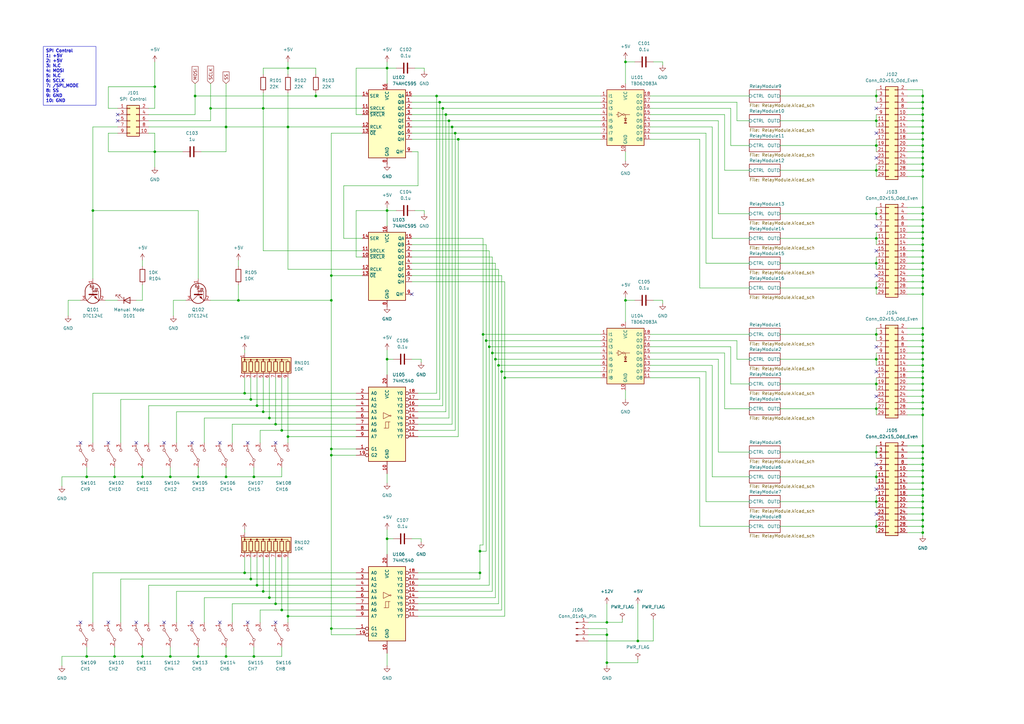
<source format=kicad_sch>
(kicad_sch (version 20230121) (generator eeschema)
  (paper "A3")
  (title_block (title "16CH Point Controller") (date "2023-10-30") (rev "Rev1.0") (company "by 46nori"))
  (junction (at 378.46 137.16))
  (junction (at 107.95 168.91))
  (junction (at 378.46 210.82))
  (junction (at 378.46 218.44))
  (junction (at 58.42 269.24))
  (junction (at 110.49 171.45))
  (junction (at 92.71 195.58))
  (junction (at 378.46 49.53))
  (junction (at 378.46 162.56))
  (junction (at 135.89 257.81))
  (junction (at 378.46 154.94))
  (junction (at 378.46 152.4))
  (junction (at 198.12 137.16))
  (junction (at 359.41 87.63))
  (junction (at 378.46 157.48))
  (junction (at 359.41 69.85))
  (junction (at 158.75 86.36))
  (junction (at 378.46 57.15))
  (junction (at 378.46 198.12))
  (junction (at 378.46 105.41))
  (junction (at 104.14 269.24))
  (junction (at 113.03 173.99))
  (junction (at 378.46 115.57))
  (junction (at 248.92 255.27))
  (junction (at 179.07 39.37))
  (junction (at 378.46 44.45))
  (junction (at 199.39 139.7))
  (junction (at 359.41 147.32))
  (junction (at 359.41 185.42))
  (junction (at 378.46 67.31))
  (junction (at 359.41 118.11))
  (junction (at 207.01 154.94))
  (junction (at 359.41 97.79))
  (junction (at 184.15 49.53))
  (junction (at 135.89 184.15))
  (junction (at 63.5 35.56))
  (junction (at 378.46 195.58))
  (junction (at 378.46 54.61))
  (junction (at 359.41 215.9))
  (junction (at 378.46 69.85))
  (junction (at 107.95 44.45))
  (junction (at 378.46 190.5))
  (junction (at 256.54 25.4))
  (junction (at 86.36 44.45))
  (junction (at 378.46 113.03))
  (junction (at 135.89 123.19))
  (junction (at 46.99 269.24))
  (junction (at 205.74 152.4))
  (junction (at 359.41 59.69))
  (junction (at 378.46 100.33))
  (junction (at 180.34 41.91))
  (junction (at 97.79 123.19))
  (junction (at 378.46 208.28))
  (junction (at 378.46 120.65))
  (junction (at 359.41 49.53))
  (junction (at 359.41 167.64))
  (junction (at 378.46 62.23))
  (junction (at 107.95 242.57))
  (junction (at 196.85 226.06))
  (junction (at 378.46 92.71))
  (junction (at 378.46 107.95))
  (junction (at 115.57 250.19))
  (junction (at 378.46 90.17))
  (junction (at 158.75 220.98))
  (junction (at 378.46 110.49))
  (junction (at 46.99 195.58))
  (junction (at 378.46 147.32))
  (junction (at 378.46 149.86))
  (junction (at 378.46 193.04))
  (junction (at 378.46 205.74))
  (junction (at 378.46 170.18))
  (junction (at 118.11 52.07))
  (junction (at 186.69 54.61))
  (junction (at 378.46 85.09))
  (junction (at 378.46 46.99))
  (junction (at 261.62 262.89))
  (junction (at 359.41 137.16))
  (junction (at 118.11 252.73))
  (junction (at 378.46 118.11))
  (junction (at 81.28 269.24))
  (junction (at 110.49 245.11))
  (junction (at 105.41 240.03))
  (junction (at 158.75 147.32))
  (junction (at 69.85 195.58))
  (junction (at 378.46 97.79))
  (junction (at 256.54 123.19))
  (junction (at 69.85 269.24))
  (junction (at 185.42 52.07))
  (junction (at 38.1 86.36))
  (junction (at 204.47 149.86))
  (junction (at 378.46 102.87))
  (junction (at 248.92 271.78))
  (junction (at 359.41 205.74))
  (junction (at 182.88 46.99))
  (junction (at 378.46 165.1))
  (junction (at 203.2 147.32))
  (junction (at 378.46 203.2))
  (junction (at 248.92 260.35))
  (junction (at 359.41 107.95))
  (junction (at 104.14 195.58))
  (junction (at 58.42 195.58))
  (junction (at 359.41 157.48))
  (junction (at 100.33 161.29))
  (junction (at 80.01 39.37))
  (junction (at 187.96 57.15))
  (junction (at 378.46 185.42))
  (junction (at 63.5 62.23))
  (junction (at 378.46 41.91))
  (junction (at 378.46 182.88))
  (junction (at 118.11 27.94))
  (junction (at 113.03 247.65))
  (junction (at 158.75 27.94))
  (junction (at 196.85 234.95))
  (junction (at 135.89 186.69))
  (junction (at 378.46 134.62))
  (junction (at 100.33 234.95))
  (junction (at 135.89 113.03))
  (junction (at 359.41 39.37))
  (junction (at 378.46 59.69))
  (junction (at 378.46 72.39))
  (junction (at 378.46 215.9))
  (junction (at 378.46 95.25))
  (junction (at 92.71 269.24))
  (junction (at 378.46 87.63))
  (junction (at 35.56 269.24))
  (junction (at 105.41 166.37))
  (junction (at 378.46 142.24))
  (junction (at 378.46 64.77))
  (junction (at 378.46 139.7))
  (junction (at 102.87 163.83))
  (junction (at 378.46 200.66))
  (junction (at 359.41 195.58))
  (junction (at 81.28 195.58))
  (junction (at 378.46 144.78))
  (junction (at 378.46 213.36))
  (junction (at 200.66 142.24))
  (junction (at 92.71 52.07))
  (junction (at 378.46 160.02))
  (junction (at 102.87 237.49))
  (junction (at 118.11 179.07))
  (junction (at 129.54 39.37))
  (junction (at 378.46 39.37))
  (junction (at 181.61 44.45))
  (junction (at 201.93 144.78))
  (junction (at 378.46 167.64))
  (junction (at 378.46 52.07))
  (junction (at 115.57 176.53))
  (junction (at 378.46 187.96))
  (junction (at 35.56 195.58))
  (no_connect (at 359.41 54.61))
  (no_connect (at 101.6 255.27))
  (no_connect (at 101.6 181.61))
  (no_connect (at 113.03 255.27))
  (no_connect (at 359.41 113.03))
  (no_connect (at 359.41 44.45))
  (no_connect (at 168.91 120.65))
  (no_connect (at 78.74 181.61))
  (no_connect (at 359.41 64.77))
  (no_connect (at 359.41 190.5))
  (no_connect (at 90.17 181.61))
  (no_connect (at 33.02 255.27))
  (no_connect (at 48.26 49.53))
  (no_connect (at 67.31 255.27))
  (no_connect (at 359.41 102.87))
  (no_connect (at 78.74 255.27))
  (no_connect (at 44.45 181.61))
  (no_connect (at 55.88 255.27))
  (no_connect (at 48.26 46.99))
  (no_connect (at 359.41 142.24))
  (no_connect (at 359.41 200.66))
  (no_connect (at 359.41 92.71))
  (no_connect (at 359.41 210.82))
  (no_connect (at 55.88 181.61))
  (no_connect (at 67.31 181.61))
  (no_connect (at 44.45 255.27))
  (no_connect (at 359.41 152.4))
  (no_connect (at 90.17 255.27))
  (no_connect (at 359.41 162.56))
  (no_connect (at 33.02 181.61))
  (no_connect (at 113.03 181.61))
  (wire (pts (xy 196.85 226.06) (xy 196.85 234.95)))
  (wire (pts (xy 297.18 69.85) (xy 307.34 69.85)))
  (wire (pts (xy 378.46 95.25) (xy 378.46 97.79)))
  (wire (pts (xy 46.99 269.24) (xy 58.42 269.24)))
  (wire (pts (xy 187.96 57.15) (xy 187.96 179.07)))
  (wire (pts (xy 100.33 228.6) (xy 100.33 234.95)))
  (wire (pts (xy 27.94 123.19) (xy 27.94 129.54)))
  (wire (pts (xy 302.26 41.91) (xy 302.26 49.53)))
  (wire (pts (xy 378.46 118.11) (xy 378.46 120.65)))
  (wire (pts (xy 378.46 185.42) (xy 372.11 185.42)))
  (wire (pts (xy 146.05 86.36) (xy 158.75 86.36)))
  (wire (pts (xy 266.7 142.24) (xy 299.72 142.24)))
  (wire (pts (xy 307.34 147.32) (xy 302.26 147.32)))
  (wire (pts (xy 199.39 139.7) (xy 199.39 100.33)))
  (wire (pts (xy 104.14 265.43) (xy 104.14 269.24)))
  (wire (pts (xy 320.04 195.58) (xy 359.41 195.58)))
  (wire (pts (xy 378.46 64.77) (xy 378.46 67.31)))
  (wire (pts (xy 378.46 72.39) (xy 372.11 72.39)))
  (wire (pts (xy 92.71 34.29) (xy 92.71 52.07)))
  (wire (pts (xy 359.41 46.99) (xy 359.41 49.53)))
  (wire (pts (xy 171.45 242.57) (xy 201.93 242.57)))
  (wire (pts (xy 181.61 44.45) (xy 246.38 44.45)))
  (wire (pts (xy 359.41 36.83) (xy 359.41 39.37)))
  (wire (pts (xy 135.89 257.81) (xy 146.05 257.81)))
  (wire (pts (xy 271.78 123.19) (xy 271.78 124.46)))
  (wire (pts (xy 378.46 54.61) (xy 378.46 57.15)))
  (wire (pts (xy 378.46 154.94) (xy 372.11 154.94)))
  (wire (pts (xy 158.75 27.94) (xy 162.56 27.94)))
  (wire (pts (xy 378.46 49.53) (xy 378.46 52.07)))
  (wire (pts (xy 359.41 167.64) (xy 359.41 170.18)))
  (wire (pts (xy 378.46 110.49) (xy 378.46 113.03)))
  (wire (pts (xy 140.97 97.79) (xy 148.59 97.79)))
  (wire (pts (xy 102.87 163.83) (xy 146.05 163.83)))
  (wire (pts (xy 378.46 213.36) (xy 378.46 215.9)))
  (wire (pts (xy 69.85 191.77) (xy 69.85 195.58)))
  (wire (pts (xy 255.27 254) (xy 255.27 255.27)))
  (wire (pts (xy 203.2 147.32) (xy 203.2 245.11)))
  (wire (pts (xy 267.97 123.19) (xy 271.78 123.19)))
  (wire (pts (xy 115.57 176.53) (xy 106.68 176.53)))
  (wire (pts (xy 267.97 254) (xy 267.97 262.89)))
  (wire (pts (xy 35.56 265.43) (xy 35.56 269.24)))
  (wire (pts (xy 378.46 137.16) (xy 372.11 137.16)))
  (wire (pts (xy 378.46 137.16) (xy 378.46 139.7)))
  (wire (pts (xy 110.49 171.45) (xy 83.82 171.45)))
  (wire (pts (xy 44.45 62.23) (xy 44.45 54.61)))
  (wire (pts (xy 359.41 137.16) (xy 359.41 139.7)))
  (wire (pts (xy 378.46 154.94) (xy 378.46 157.48)))
  (wire (pts (xy 359.41 213.36) (xy 359.41 215.9)))
  (wire (pts (xy 168.91 100.33) (xy 199.39 100.33)))
  (wire (pts (xy 63.5 35.56) (xy 44.45 35.56)))
  (wire (pts (xy 158.75 217.17) (xy 158.75 220.98)))
  (wire (pts (xy 378.46 170.18) (xy 378.46 182.88)))
  (wire (pts (xy 289.56 205.74) (xy 307.34 205.74)))
  (wire (pts (xy 25.4 269.24) (xy 35.56 269.24)))
  (wire (pts (xy 58.42 123.19) (xy 55.88 123.19)))
  (wire (pts (xy 261.62 262.89) (xy 241.3 262.89)))
  (wire (pts (xy 60.96 240.03) (xy 105.41 240.03)))
  (wire (pts (xy 267.97 262.89) (xy 261.62 262.89)))
  (wire (pts (xy 378.46 185.42) (xy 378.46 187.96)))
  (wire (pts (xy 378.46 218.44) (xy 372.11 218.44)))
  (wire (pts (xy 359.41 215.9) (xy 359.41 218.44)))
  (wire (pts (xy 378.46 97.79) (xy 372.11 97.79)))
  (wire (pts (xy 378.46 167.64) (xy 378.46 170.18)))
  (wire (pts (xy 287.02 57.15) (xy 287.02 118.11)))
  (wire (pts (xy 158.75 267.97) (xy 158.75 273.05)))
  (wire (pts (xy 297.18 144.78) (xy 266.7 144.78)))
  (wire (pts (xy 378.46 182.88) (xy 378.46 185.42)))
  (wire (pts (xy 241.3 257.81) (xy 248.92 257.81)))
  (wire (pts (xy 129.54 39.37) (xy 129.54 38.1)))
  (wire (pts (xy 207.01 154.94) (xy 246.38 154.94)))
  (wire (pts (xy 378.46 67.31) (xy 372.11 67.31)))
  (wire (pts (xy 171.45 62.23) (xy 171.45 76.2)))
  (wire (pts (xy 86.36 34.29) (xy 86.36 44.45)))
  (wire (pts (xy 378.46 195.58) (xy 378.46 198.12)))
  (wire (pts (xy 168.91 147.32) (xy 172.72 147.32)))
  (wire (pts (xy 378.46 62.23) (xy 378.46 64.77)))
  (wire (pts (xy 378.46 208.28) (xy 372.11 208.28)))
  (wire (pts (xy 271.78 25.4) (xy 271.78 26.67)))
  (wire (pts (xy 63.5 62.23) (xy 44.45 62.23)))
  (wire (pts (xy 378.46 190.5) (xy 372.11 190.5)))
  (wire (pts (xy 95.25 173.99) (xy 95.25 181.61)))
  (wire (pts (xy 115.57 195.58) (xy 115.57 191.77)))
  (wire (pts (xy 118.11 25.4) (xy 118.11 27.94)))
  (wire (pts (xy 378.46 110.49) (xy 372.11 110.49)))
  (wire (pts (xy 201.93 242.57) (xy 201.93 144.78)))
  (wire (pts (xy 378.46 64.77) (xy 372.11 64.77)))
  (wire (pts (xy 92.71 265.43) (xy 92.71 269.24)))
  (wire (pts (xy 63.5 62.23) (xy 63.5 68.58)))
  (wire (pts (xy 168.91 46.99) (xy 182.88 46.99)))
  (wire (pts (xy 118.11 179.07) (xy 146.05 179.07)))
  (wire (pts (xy 378.46 100.33) (xy 372.11 100.33)))
  (wire (pts (xy 148.59 102.87) (xy 107.95 102.87)))
  (wire (pts (xy 69.85 265.43) (xy 69.85 269.24)))
  (wire (pts (xy 287.02 154.94) (xy 287.02 215.9)))
  (wire (pts (xy 49.53 237.49) (xy 49.53 255.27)))
  (wire (pts (xy 135.89 54.61) (xy 148.59 54.61)))
  (wire (pts (xy 135.89 260.35) (xy 146.05 260.35)))
  (wire (pts (xy 38.1 52.07) (xy 38.1 86.36)))
  (wire (pts (xy 204.47 149.86) (xy 246.38 149.86)))
  (wire (pts (xy 180.34 41.91) (xy 246.38 41.91)))
  (wire (pts (xy 378.46 193.04) (xy 378.46 195.58)))
  (wire (pts (xy 266.7 54.61) (xy 289.56 54.61)))
  (wire (pts (xy 173.99 86.36) (xy 173.99 87.63)))
  (wire (pts (xy 58.42 106.68) (xy 58.42 109.22)))
  (wire (pts (xy 378.46 152.4) (xy 372.11 152.4)))
  (wire (pts (xy 248.92 247.65) (xy 248.92 255.27)))
  (wire (pts (xy 38.1 86.36) (xy 81.28 86.36)))
  (wire (pts (xy 378.46 139.7) (xy 372.11 139.7)))
  (wire (pts (xy 359.41 49.53) (xy 359.41 52.07)))
  (wire (pts (xy 205.74 152.4) (xy 205.74 250.19)))
  (wire (pts (xy 97.79 123.19) (xy 135.89 123.19)))
  (wire (pts (xy 266.7 44.45) (xy 299.72 44.45)))
  (wire (pts (xy 113.03 228.6) (xy 113.03 247.65)))
  (wire (pts (xy 44.45 35.56) (xy 44.45 44.45)))
  (wire (pts (xy 105.41 166.37) (xy 60.96 166.37)))
  (wire (pts (xy 378.46 149.86) (xy 378.46 152.4)))
  (wire (pts (xy 92.71 269.24) (xy 81.28 269.24)))
  (wire (pts (xy 320.04 205.74) (xy 359.41 205.74)))
  (wire (pts (xy 179.07 39.37) (xy 246.38 39.37)))
  (wire (pts (xy 60.96 52.07) (xy 92.71 52.07)))
  (wire (pts (xy 146.05 27.94) (xy 158.75 27.94)))
  (wire (pts (xy 118.11 252.73) (xy 146.05 252.73)))
  (wire (pts (xy 129.54 27.94) (xy 129.54 30.48)))
  (wire (pts (xy 320.04 157.48) (xy 359.41 157.48)))
  (wire (pts (xy 105.41 228.6) (xy 105.41 240.03)))
  (wire (pts (xy 378.46 67.31) (xy 378.46 69.85)))
  (wire (pts (xy 256.54 24.13) (xy 256.54 25.4)))
  (wire (pts (xy 71.12 123.19) (xy 71.12 129.54)))
  (wire (pts (xy 205.74 250.19) (xy 171.45 250.19)))
  (wire (pts (xy 320.04 97.79) (xy 359.41 97.79)))
  (wire (pts (xy 35.56 269.24) (xy 46.99 269.24)))
  (wire (pts (xy 359.41 118.11) (xy 359.41 120.65)))
  (wire (pts (xy 104.14 191.77) (xy 104.14 195.58)))
  (wire (pts (xy 289.56 54.61) (xy 289.56 107.95)))
  (wire (pts (xy 378.46 165.1) (xy 372.11 165.1)))
  (wire (pts (xy 248.92 271.78) (xy 261.62 271.78)))
  (wire (pts (xy 299.72 44.45) (xy 299.72 59.69)))
  (wire (pts (xy 82.55 62.23) (xy 92.71 62.23)))
  (wire (pts (xy 302.26 49.53) (xy 307.34 49.53)))
  (wire (pts (xy 320.04 137.16) (xy 359.41 137.16)))
  (wire (pts (xy 378.46 105.41) (xy 372.11 105.41)))
  (wire (pts (xy 266.7 137.16) (xy 307.34 137.16)))
  (wire (pts (xy 173.99 27.94) (xy 173.99 29.21)))
  (wire (pts (xy 266.7 39.37) (xy 307.34 39.37)))
  (wire (pts (xy 378.46 157.48) (xy 378.46 160.02)))
  (wire (pts (xy 100.33 154.94) (xy 100.33 161.29)))
  (wire (pts (xy 378.46 52.07) (xy 372.11 52.07)))
  (wire (pts (xy 320.04 167.64) (xy 359.41 167.64)))
  (wire (pts (xy 92.71 269.24) (xy 104.14 269.24)))
  (wire (pts (xy 378.46 87.63) (xy 378.46 90.17)))
  (wire (pts (xy 168.91 113.03) (xy 205.74 113.03)))
  (wire (pts (xy 378.46 105.41) (xy 378.46 107.95)))
  (wire (pts (xy 106.68 250.19) (xy 106.68 255.27)))
  (wire (pts (xy 359.41 157.48) (xy 359.41 160.02)))
  (wire (pts (xy 203.2 245.11) (xy 171.45 245.11)))
  (wire (pts (xy 359.41 195.58) (xy 359.41 198.12)))
  (wire (pts (xy 38.1 234.95) (xy 38.1 255.27)))
  (wire (pts (xy 148.59 113.03) (xy 135.89 113.03)))
  (wire (pts (xy 100.33 234.95) (xy 38.1 234.95)))
  (wire (pts (xy 184.15 49.53) (xy 168.91 49.53)))
  (wire (pts (xy 158.75 86.36) (xy 162.56 86.36)))
  (wire (pts (xy 38.1 161.29) (xy 38.1 181.61)))
  (wire (pts (xy 203.2 147.32) (xy 246.38 147.32)))
  (wire (pts (xy 201.93 144.78) (xy 246.38 144.78)))
  (wire (pts (xy 69.85 269.24) (xy 81.28 269.24)))
  (wire (pts (xy 102.87 228.6) (xy 102.87 237.49)))
  (wire (pts (xy 359.41 85.09) (xy 359.41 87.63)))
  (wire (pts (xy 107.95 44.45) (xy 148.59 44.45)))
  (wire (pts (xy 198.12 137.16) (xy 198.12 223.52)))
  (wire (pts (xy 118.11 252.73) (xy 118.11 255.27)))
  (wire (pts (xy 204.47 149.86) (xy 204.47 110.49)))
  (wire (pts (xy 46.99 195.58) (xy 58.42 195.58)))
  (wire (pts (xy 378.46 165.1) (xy 378.46 167.64)))
  (wire (pts (xy 378.46 85.09) (xy 378.46 87.63)))
  (wire (pts (xy 171.45 161.29) (xy 179.07 161.29)))
  (wire (pts (xy 204.47 110.49) (xy 168.91 110.49)))
  (wire (pts (xy 158.75 25.4) (xy 158.75 27.94)))
  (wire (pts (xy 359.41 134.62) (xy 359.41 137.16)))
  (wire (pts (xy 378.46 205.74) (xy 378.46 208.28)))
  (wire (pts (xy 58.42 195.58) (xy 69.85 195.58)))
  (wire (pts (xy 115.57 228.6) (xy 115.57 250.19)))
  (wire (pts (xy 378.46 85.09) (xy 372.11 85.09)))
  (wire (pts (xy 287.02 118.11) (xy 307.34 118.11)))
  (wire (pts (xy 171.45 247.65) (xy 204.47 247.65)))
  (wire (pts (xy 118.11 228.6) (xy 118.11 252.73)))
  (wire (pts (xy 378.46 142.24) (xy 372.11 142.24)))
  (wire (pts (xy 378.46 193.04) (xy 372.11 193.04)))
  (wire (pts (xy 205.74 152.4) (xy 205.74 113.03)))
  (wire (pts (xy 378.46 46.99) (xy 372.11 46.99)))
  (wire (pts (xy 378.46 200.66) (xy 378.46 203.2)))
  (wire (pts (xy 35.56 195.58) (xy 46.99 195.58)))
  (wire (pts (xy 100.33 234.95) (xy 146.05 234.95)))
  (wire (pts (xy 172.72 220.98) (xy 172.72 222.25)))
  (wire (pts (xy 320.04 185.42) (xy 359.41 185.42)))
  (wire (pts (xy 378.46 144.78) (xy 378.46 147.32)))
  (wire (pts (xy 187.96 179.07) (xy 171.45 179.07)))
  (wire (pts (xy 378.46 213.36) (xy 372.11 213.36)))
  (wire (pts (xy 320.04 39.37) (xy 359.41 39.37)))
  (wire (pts (xy 140.97 76.2) (xy 140.97 97.79)))
  (wire (pts (xy 187.96 57.15) (xy 246.38 57.15)))
  (wire (pts (xy 113.03 173.99) (xy 95.25 173.99)))
  (wire (pts (xy 359.41 57.15) (xy 359.41 59.69)))
  (wire (pts (xy 378.46 46.99) (xy 378.46 49.53)))
  (wire (pts (xy 378.46 113.03) (xy 378.46 115.57)))
  (wire (pts (xy 378.46 147.32) (xy 372.11 147.32)))
  (wire (pts (xy 118.11 27.94) (xy 129.54 27.94)))
  (wire (pts (xy 60.96 166.37) (xy 60.96 181.61)))
  (wire (pts (xy 106.68 176.53) (xy 106.68 181.61)))
  (wire (pts (xy 118.11 27.94) (xy 118.11 30.48)))
  (wire (pts (xy 297.18 46.99) (xy 297.18 69.85)))
  (wire (pts (xy 320.04 147.32) (xy 359.41 147.32)))
  (wire (pts (xy 207.01 154.94) (xy 207.01 115.57)))
  (wire (pts (xy 255.27 255.27) (xy 248.92 255.27)))
  (wire (pts (xy 248.92 257.81) (xy 248.92 260.35)))
  (wire (pts (xy 158.75 194.31) (xy 158.75 198.12)))
  (wire (pts (xy 100.33 161.29) (xy 146.05 161.29)))
  (wire (pts (xy 292.1 97.79) (xy 307.34 97.79)))
  (wire (pts (xy 146.05 186.69) (xy 135.89 186.69)))
  (wire (pts (xy 106.68 250.19) (xy 115.57 250.19)))
  (wire (pts (xy 104.14 269.24) (xy 115.57 269.24)))
  (wire (pts (xy 135.89 184.15) (xy 146.05 184.15)))
  (wire (pts (xy 378.46 160.02) (xy 372.11 160.02)))
  (wire (pts (xy 378.46 115.57) (xy 372.11 115.57)))
  (wire (pts (xy 266.7 152.4) (xy 289.56 152.4)))
  (wire (pts (xy 107.95 168.91) (xy 146.05 168.91)))
  (wire (pts (xy 168.91 102.87) (xy 200.66 102.87)))
  (wire (pts (xy 107.95 228.6) (xy 107.95 242.57)))
  (wire (pts (xy 359.41 115.57) (xy 359.41 118.11)))
  (wire (pts (xy 179.07 39.37) (xy 179.07 161.29)))
  (wire (pts (xy 378.46 49.53) (xy 372.11 49.53)))
  (wire (pts (xy 168.91 39.37) (xy 179.07 39.37)))
  (wire (pts (xy 307.34 167.64) (xy 297.18 167.64)))
  (wire (pts (xy 320.04 69.85) (xy 359.41 69.85)))
  (wire (pts (xy 118.11 110.49) (xy 148.59 110.49)))
  (wire (pts (xy 359.41 144.78) (xy 359.41 147.32)))
  (wire (pts (xy 184.15 171.45) (xy 184.15 49.53)))
  (wire (pts (xy 378.46 142.24) (xy 378.46 144.78)))
  (wire (pts (xy 46.99 191.77) (xy 46.99 195.58)))
  (wire (pts (xy 378.46 36.83) (xy 378.46 39.37)))
  (wire (pts (xy 172.72 147.32) (xy 172.72 148.59)))
  (wire (pts (xy 49.53 237.49) (xy 102.87 237.49)))
  (wire (pts (xy 266.7 49.53) (xy 294.64 49.53)))
  (wire (pts (xy 113.03 154.94) (xy 113.03 173.99)))
  (wire (pts (xy 182.88 168.91) (xy 171.45 168.91)))
  (wire (pts (xy 378.46 44.45) (xy 372.11 44.45)))
  (wire (pts (xy 171.45 76.2) (xy 140.97 76.2)))
  (wire (pts (xy 44.45 54.61) (xy 48.26 54.61)))
  (wire (pts (xy 49.53 163.83) (xy 49.53 181.61)))
  (wire (pts (xy 378.46 52.07) (xy 378.46 54.61)))
  (wire (pts (xy 113.03 173.99) (xy 146.05 173.99)))
  (wire (pts (xy 378.46 160.02) (xy 378.46 162.56)))
  (wire (pts (xy 378.46 57.15) (xy 378.46 59.69)))
  (wire (pts (xy 198.12 137.16) (xy 198.12 97.79)))
  (wire (pts (xy 148.59 52.07) (xy 118.11 52.07)))
  (wire (pts (xy 181.61 44.45) (xy 168.91 44.45)))
  (wire (pts (xy 97.79 106.68) (xy 97.79 109.22)))
  (wire (pts (xy 168.91 41.91) (xy 180.34 41.91)))
  (wire (pts (xy 378.46 182.88) (xy 372.11 182.88)))
  (wire (pts (xy 185.42 52.07) (xy 246.38 52.07)))
  (wire (pts (xy 378.46 59.69) (xy 372.11 59.69)))
  (wire (pts (xy 148.59 39.37) (xy 129.54 39.37)))
  (wire (pts (xy 198.12 223.52) (xy 196.85 223.52)))
  (wire (pts (xy 359.41 105.41) (xy 359.41 107.95)))
  (wire (pts (xy 100.33 161.29) (xy 38.1 161.29)))
  (wire (pts (xy 107.95 154.94) (xy 107.95 168.91)))
  (wire (pts (xy 205.74 152.4) (xy 246.38 152.4)))
  (wire (pts (xy 146.05 46.99) (xy 146.05 27.94)))
  (wire (pts (xy 97.79 116.84) (xy 97.79 123.19)))
  (wire (pts (xy 299.72 157.48) (xy 307.34 157.48)))
  (wire (pts (xy 378.46 215.9) (xy 378.46 218.44)))
  (wire (pts (xy 378.46 198.12) (xy 372.11 198.12)))
  (wire (pts (xy 378.46 205.74) (xy 372.11 205.74)))
  (wire (pts (xy 378.46 210.82) (xy 378.46 213.36)))
  (wire (pts (xy 378.46 107.95) (xy 378.46 110.49)))
  (wire (pts (xy 378.46 215.9) (xy 372.11 215.9)))
  (wire (pts (xy 44.45 44.45) (xy 48.26 44.45)))
  (wire (pts (xy 266.7 52.07) (xy 292.1 52.07)))
  (wire (pts (xy 95.25 247.65) (xy 95.25 255.27)))
  (wire (pts (xy 266.7 57.15) (xy 287.02 57.15)))
  (wire (pts (xy 289.56 107.95) (xy 307.34 107.95)))
  (wire (pts (xy 185.42 52.07) (xy 185.42 173.99)))
  (wire (pts (xy 95.25 247.65) (xy 113.03 247.65)))
  (wire (pts (xy 104.14 195.58) (xy 115.57 195.58)))
  (wire (pts (xy 58.42 265.43) (xy 58.42 269.24)))
  (wire (pts (xy 81.28 265.43) (xy 81.28 269.24)))
  (wire (pts (xy 33.02 123.19) (xy 27.94 123.19)))
  (wire (pts (xy 378.46 198.12) (xy 378.46 200.66)))
  (wire (pts (xy 378.46 208.28) (xy 378.46 210.82)))
  (wire (pts (xy 378.46 92.71) (xy 378.46 95.25)))
  (wire (pts (xy 148.59 105.41) (xy 146.05 105.41)))
  (wire (pts (xy 378.46 187.96) (xy 378.46 190.5)))
  (wire (pts (xy 248.92 271.78) (xy 248.92 273.05)))
  (wire (pts (xy 110.49 245.11) (xy 146.05 245.11)))
  (wire (pts (xy 69.85 195.58) (xy 81.28 195.58)))
  (wire (pts (xy 92.71 195.58) (xy 104.14 195.58)))
  (wire (pts (xy 86.36 49.53) (xy 86.36 44.45)))
  (wire (pts (xy 48.26 52.07) (xy 38.1 52.07)))
  (wire (pts (xy 148.59 46.99) (xy 146.05 46.99)))
  (wire (pts (xy 320.04 215.9) (xy 359.41 215.9)))
  (wire (pts (xy 378.46 54.61) (xy 372.11 54.61)))
  (wire (pts (xy 378.46 44.45) (xy 378.46 46.99)))
  (wire (pts (xy 186.69 54.61) (xy 246.38 54.61)))
  (wire (pts (xy 135.89 113.03) (xy 135.89 54.61)))
  (wire (pts (xy 378.46 218.44) (xy 378.46 219.71)))
  (wire (pts (xy 158.75 27.94) (xy 158.75 34.29)))
  (wire (pts (xy 378.46 100.33) (xy 378.46 102.87)))
  (wire (pts (xy 320.04 118.11) (xy 359.41 118.11)))
  (wire (pts (xy 378.46 134.62) (xy 372.11 134.62)))
  (wire (pts (xy 25.4 195.58) (xy 25.4 199.39)))
  (wire (pts (xy 170.18 86.36) (xy 173.99 86.36)))
  (wire (pts (xy 158.75 85.09) (xy 158.75 86.36)))
  (wire (pts (xy 378.46 92.71) (xy 372.11 92.71)))
  (wire (pts (xy 38.1 86.36) (xy 38.1 114.3)))
  (wire (pts (xy 378.46 203.2) (xy 372.11 203.2)))
  (wire (pts (xy 171.45 166.37) (xy 181.61 166.37)))
  (wire (pts (xy 200.66 142.24) (xy 246.38 142.24)))
  (wire (pts (xy 107.95 30.48) (xy 107.95 27.94)))
  (wire (pts (xy 158.75 220.98) (xy 161.29 220.98)))
  (wire (pts (xy 135.89 186.69) (xy 135.89 257.81)))
  (wire (pts (xy 60.96 49.53) (xy 86.36 49.53)))
  (wire (pts (xy 35.56 191.77) (xy 35.56 195.58)))
  (wire (pts (xy 171.45 171.45) (xy 184.15 171.45)))
  (wire (pts (xy 378.46 113.03) (xy 372.11 113.03)))
  (wire (pts (xy 92.71 52.07) (xy 118.11 52.07)))
  (wire (pts (xy 241.3 260.35) (xy 248.92 260.35)))
  (wire (pts (xy 196.85 234.95) (xy 171.45 234.95)))
  (wire (pts (xy 60.96 44.45) (xy 63.5 44.45)))
  (wire (pts (xy 180.34 163.83) (xy 171.45 163.83)))
  (wire (pts (xy 168.91 62.23) (xy 171.45 62.23)))
  (wire (pts (xy 378.46 107.95) (xy 372.11 107.95)))
  (wire (pts (xy 158.75 147.32) (xy 158.75 153.67)))
  (wire (pts (xy 378.46 41.91) (xy 372.11 41.91)))
  (wire (pts (xy 378.46 162.56) (xy 372.11 162.56)))
  (wire (pts (xy 378.46 144.78) (xy 372.11 144.78)))
  (wire (pts (xy 113.03 247.65) (xy 146.05 247.65)))
  (wire (pts (xy 378.46 162.56) (xy 378.46 165.1)))
  (wire (pts (xy 72.39 168.91) (xy 72.39 181.61)))
  (wire (pts (xy 168.91 107.95) (xy 203.2 107.95)))
  (wire (pts (xy 58.42 116.84) (xy 58.42 123.19)))
  (wire (pts (xy 80.01 34.29) (xy 80.01 39.37)))
  (wire (pts (xy 102.87 154.94) (xy 102.87 163.83)))
  (wire (pts (xy 378.46 90.17) (xy 372.11 90.17)))
  (wire (pts (xy 201.93 144.78) (xy 201.93 105.41)))
  (wire (pts (xy 199.39 139.7) (xy 199.39 226.06)))
  (wire (pts (xy 267.97 25.4) (xy 271.78 25.4)))
  (wire (pts (xy 261.62 247.65) (xy 261.62 262.89)))
  (wire (pts (xy 105.41 166.37) (xy 146.05 166.37)))
  (wire (pts (xy 196.85 223.52) (xy 196.85 226.06)))
  (wire (pts (xy 292.1 149.86) (xy 266.7 149.86)))
  (wire (pts (xy 107.95 242.57) (xy 146.05 242.57)))
  (wire (pts (xy 110.49 171.45) (xy 146.05 171.45)))
  (wire (pts (xy 204.47 247.65) (xy 204.47 149.86)))
  (wire (pts (xy 378.46 152.4) (xy 378.46 154.94)))
  (wire (pts (xy 170.18 27.94) (xy 173.99 27.94)))
  (wire (pts (xy 92.71 191.77) (xy 92.71 195.58)))
  (wire (pts (xy 146.05 105.41) (xy 146.05 86.36)))
  (wire (pts (xy 158.75 220.98) (xy 158.75 227.33)))
  (wire (pts (xy 83.82 245.11) (xy 83.82 255.27)))
  (wire (pts (xy 294.64 147.32) (xy 294.64 185.42)))
  (wire (pts (xy 185.42 173.99) (xy 171.45 173.99)))
  (wire (pts (xy 100.33 143.51) (xy 100.33 144.78)))
  (wire (pts (xy 256.54 62.23) (xy 256.54 66.04)))
  (wire (pts (xy 266.7 147.32) (xy 294.64 147.32)))
  (wire (pts (xy 266.7 46.99) (xy 297.18 46.99)))
  (wire (pts (xy 25.4 269.24) (xy 25.4 273.05)))
  (wire (pts (xy 378.46 69.85) (xy 372.11 69.85)))
  (wire (pts (xy 299.72 59.69) (xy 307.34 59.69)))
  (wire (pts (xy 359.41 185.42) (xy 359.41 187.96)))
  (wire (pts (xy 115.57 176.53) (xy 146.05 176.53)))
  (wire (pts (xy 378.46 59.69) (xy 378.46 62.23)))
  (wire (pts (xy 168.91 52.07) (xy 185.42 52.07)))
  (wire (pts (xy 378.46 36.83) (xy 372.11 36.83)))
  (wire (pts (xy 378.46 102.87) (xy 372.11 102.87)))
  (wire (pts (xy 81.28 191.77) (xy 81.28 195.58)))
  (wire (pts (xy 86.36 123.19) (xy 97.79 123.19)))
  (wire (pts (xy 378.46 147.32) (xy 378.46 149.86)))
  (wire (pts (xy 359.41 67.31) (xy 359.41 69.85)))
  (wire (pts (xy 289.56 152.4) (xy 289.56 205.74)))
  (wire (pts (xy 196.85 226.06) (xy 199.39 226.06)))
  (wire (pts (xy 378.46 157.48) (xy 372.11 157.48)))
  (wire (pts (xy 46.99 265.43) (xy 46.99 269.24)))
  (wire (pts (xy 378.46 39.37) (xy 372.11 39.37)))
  (wire (pts (xy 359.41 193.04) (xy 359.41 195.58)))
  (wire (pts (xy 359.41 205.74) (xy 359.41 208.28)))
  (wire (pts (xy 359.41 107.95) (xy 359.41 110.49)))
  (wire (pts (xy 80.01 39.37) (xy 80.01 46.99)))
  (wire (pts (xy 378.46 72.39) (xy 378.46 85.09)))
  (wire (pts (xy 63.5 62.23) (xy 74.93 62.23)))
  (wire (pts (xy 302.26 147.32) (xy 302.26 139.7)))
  (wire (pts (xy 320.04 87.63) (xy 359.41 87.63)))
  (wire (pts (xy 135.89 257.81) (xy 135.89 260.35)))
  (wire (pts (xy 60.96 240.03) (xy 60.96 255.27)))
  (wire (pts (xy 378.46 187.96) (xy 372.11 187.96)))
  (wire (pts (xy 292.1 52.07) (xy 292.1 97.79)))
  (wire (pts (xy 378.46 139.7) (xy 378.46 142.24)))
  (wire (pts (xy 184.15 49.53) (xy 246.38 49.53)))
  (wire (pts (xy 182.88 46.99) (xy 246.38 46.99)))
  (wire (pts (xy 171.45 176.53) (xy 186.69 176.53)))
  (wire (pts (xy 105.41 240.03) (xy 146.05 240.03)))
  (wire (pts (xy 115.57 269.24) (xy 115.57 265.43)))
  (wire (pts (xy 378.46 134.62) (xy 378.46 137.16)))
  (wire (pts (xy 25.4 195.58) (xy 35.56 195.58)))
  (wire (pts (xy 92.71 195.58) (xy 81.28 195.58)))
  (wire (pts (xy 158.75 143.51) (xy 158.75 147.32)))
  (wire (pts (xy 196.85 237.49) (xy 171.45 237.49)))
  (wire (pts (xy 359.41 203.2) (xy 359.41 205.74)))
  (wire (pts (xy 72.39 242.57) (xy 107.95 242.57)))
  (wire (pts (xy 297.18 167.64) (xy 297.18 144.78)))
  (wire (pts (xy 378.46 39.37) (xy 378.46 41.91)))
  (wire (pts (xy 256.54 121.92) (xy 256.54 123.19)))
  (wire (pts (xy 200.66 240.03) (xy 171.45 240.03)))
  (wire (pts (xy 359.41 182.88) (xy 359.41 185.42)))
  (wire (pts (xy 299.72 142.24) (xy 299.72 157.48)))
  (wire (pts (xy 86.36 44.45) (xy 107.95 44.45)))
  (wire (pts (xy 186.69 176.53) (xy 186.69 54.61)))
  (wire (pts (xy 63.5 54.61) (xy 63.5 62.23)))
  (wire (pts (xy 196.85 234.95) (xy 196.85 237.49)))
  (wire (pts (xy 359.41 95.25) (xy 359.41 97.79)))
  (wire (pts (xy 320.04 49.53) (xy 359.41 49.53)))
  (wire (pts (xy 118.11 179.07) (xy 118.11 181.61)))
  (wire (pts (xy 378.46 90.17) (xy 378.46 92.71)))
  (wire (pts (xy 107.95 38.1) (xy 107.95 44.45)))
  (wire (pts (xy 80.01 39.37) (xy 129.54 39.37)))
  (wire (pts (xy 294.64 185.42) (xy 307.34 185.42)))
  (wire (pts (xy 320.04 107.95) (xy 359.41 107.95)))
  (wire (pts (xy 378.46 149.86) (xy 372.11 149.86)))
  (wire (pts (xy 81.28 86.36) (xy 81.28 114.3)))
  (wire (pts (xy 58.42 191.77) (xy 58.42 195.58)))
  (wire (pts (xy 378.46 41.91) (xy 378.46 44.45)))
  (wire (pts (xy 118.11 52.07) (xy 118.11 110.49)))
  (wire (pts (xy 378.46 195.58) (xy 372.11 195.58)))
  (wire (pts (xy 248.92 255.27) (xy 241.3 255.27)))
  (wire (pts (xy 378.46 190.5) (xy 378.46 193.04)))
  (wire (pts (xy 359.41 87.63) (xy 359.41 90.17)))
  (wire (pts (xy 378.46 118.11) (xy 372.11 118.11)))
  (wire (pts (xy 72.39 242.57) (xy 72.39 255.27)))
  (wire (pts (xy 378.46 203.2) (xy 378.46 205.74)))
  (wire (pts (xy 378.46 87.63) (xy 372.11 87.63)))
  (wire (pts (xy 199.39 139.7) (xy 246.38 139.7)))
  (wire (pts (xy 378.46 62.23) (xy 372.11 62.23)))
  (wire (pts (xy 180.34 41.91) (xy 180.34 163.83)))
  (wire (pts (xy 83.82 171.45) (xy 83.82 181.61)))
  (wire (pts (xy 266.7 41.91) (xy 302.26 41.91)))
  (wire (pts (xy 168.91 220.98) (xy 172.72 220.98)))
  (wire (pts (xy 378.46 170.18) (xy 372.11 170.18)))
  (wire (pts (xy 171.45 252.73) (xy 207.01 252.73)))
  (wire (pts (xy 43.18 123.19) (xy 48.26 123.19)))
  (wire (pts (xy 63.5 25.4) (xy 63.5 35.56)))
  (wire (pts (xy 359.41 97.79) (xy 359.41 100.33)))
  (wire (pts (xy 378.46 69.85) (xy 378.46 72.39)))
  (wire (pts (xy 181.61 166.37) (xy 181.61 44.45)))
  (wire (pts (xy 118.11 154.94) (xy 118.11 179.07)))
  (wire (pts (xy 100.33 217.17) (xy 100.33 218.44)))
  (wire (pts (xy 261.62 271.78) (xy 261.62 270.51)))
  (wire (pts (xy 80.01 46.99) (xy 60.96 46.99)))
  (wire (pts (xy 294.64 87.63) (xy 307.34 87.63)))
  (wire (pts (xy 182.88 46.99) (xy 182.88 168.91)))
  (wire (pts (xy 248.92 260.35) (xy 248.92 271.78)))
  (wire (pts (xy 378.46 115.57) (xy 378.46 118.11)))
  (wire (pts (xy 186.69 54.61) (xy 168.91 54.61)))
  (wire (pts (xy 203.2 147.32) (xy 203.2 107.95)))
  (wire (pts (xy 359.41 39.37) (xy 359.41 41.91)))
  (wire (pts (xy 115.57 154.94) (xy 115.57 176.53)))
  (wire (pts (xy 256.54 123.19) (xy 260.35 123.19)))
  (wire (pts (xy 102.87 237.49) (xy 146.05 237.49)))
  (wire (pts (xy 378.46 102.87) (xy 378.46 105.41)))
  (wire (pts (xy 135.89 123.19) (xy 135.89 184.15)))
  (wire (pts (xy 256.54 160.02) (xy 256.54 163.83)))
  (wire (pts (xy 200.66 142.24) (xy 200.66 102.87)))
  (wire (pts (xy 115.57 250.19) (xy 146.05 250.19)))
  (wire (pts (xy 60.96 54.61) (xy 63.5 54.61)))
  (wire (pts (xy 359.41 154.94) (xy 359.41 157.48)))
  (wire (pts (xy 359.41 69.85) (xy 359.41 72.39)))
  (wire (pts (xy 158.75 86.36) (xy 158.75 92.71)))
  (wire (pts (xy 105.41 154.94) (xy 105.41 166.37)))
  (wire (pts (xy 378.46 120.65) (xy 372.11 120.65)))
  (wire (pts (xy 256.54 25.4) (xy 260.35 25.4)))
  (wire (pts (xy 378.46 120.65) (xy 378.46 134.62)))
  (wire (pts (xy 302.26 139.7) (xy 266.7 139.7)))
  (wire (pts (xy 307.34 195.58) (xy 292.1 195.58)))
  (wire (pts (xy 359.41 59.69) (xy 359.41 62.23)))
  (wire (pts (xy 198.12 137.16) (xy 246.38 137.16)))
  (wire (pts (xy 292.1 195.58) (xy 292.1 149.86)))
  (wire (pts (xy 207.01 252.73) (xy 207.01 154.94)))
  (wire (pts (xy 110.49 154.94) (xy 110.49 171.45)))
  (wire (pts (xy 76.2 123.19) (xy 71.12 123.19)))
  (wire (pts (xy 359.41 147.32) (xy 359.41 149.86)))
  (wire (pts (xy 158.75 147.32) (xy 161.29 147.32)))
  (wire (pts (xy 256.54 123.19) (xy 256.54 132.08)))
  (wire (pts (xy 49.53 163.83) (xy 102.87 163.83)))
  (wire (pts (xy 201.93 105.41) (xy 168.91 105.41)))
  (wire (pts (xy 294.64 49.53) (xy 294.64 87.63)))
  (wire (pts (xy 287.02 215.9) (xy 307.34 215.9)))
  (wire (pts (xy 378.46 97.79) (xy 378.46 100.33)))
  (wire (pts (xy 63.5 44.45) (xy 63.5 35.56)))
  (wire (pts (xy 135.89 184.15) (xy 135.89 186.69)))
  (wire (pts (xy 266.7 154.94) (xy 287.02 154.94)))
  (wire (pts (xy 378.46 210.82) (xy 372.11 210.82)))
  (wire (pts (xy 92.71 62.23) (xy 92.71 52.07)))
  (wire (pts (xy 168.91 97.79) (xy 198.12 97.79)))
  (wire (pts (xy 378.46 95.25) (xy 372.11 95.25)))
  (wire (pts (xy 118.11 38.1) (xy 118.11 52.07)))
  (wire (pts (xy 378.46 57.15) (xy 372.11 57.15)))
  (wire (pts (xy 256.54 25.4) (xy 256.54 34.29)))
  (wire (pts (xy 135.89 113.03) (xy 135.89 123.19)))
  (wire (pts (xy 168.91 57.15) (xy 187.96 57.15)))
  (wire (pts (xy 200.66 142.24) (xy 200.66 240.03)))
  (wire (pts (xy 359.41 165.1) (xy 359.41 167.64)))
  (wire (pts (xy 110.49 228.6) (xy 110.49 245.11)))
  (wire (pts (xy 378.46 200.66) (xy 372.11 200.66)))
  (wire (pts (xy 207.01 115.57) (xy 168.91 115.57)))
  (wire (pts (xy 72.39 168.91) (xy 107.95 168.91)))
  (wire (pts (xy 107.95 27.94) (xy 118.11 27.94)))
  (wire (pts (xy 58.42 269.24) (xy 69.85 269.24)))
  (wire (pts (xy 320.04 59.69) (xy 359.41 59.69)))
  (wire (pts (xy 83.82 245.11) (xy 110.49 245.11)))
  (wire (pts (xy 378.46 167.64) (xy 372.11 167.64)))
  (wire (pts (xy 107.95 44.45) (xy 107.95 102.87)))
  (text_box "SPI Control\n1: +5V\n2: +5V\n3: N.C\n4: MOSI\n5: N.C\n6: SCLK\n7: /SPI_MODE\n8: SS\n9: GND\n10: GND" (at 17.78 19.05 0) (size 21.59 24.13) (effects (font (size 1.27 1.27) (thickness 0.254) bold) (justify left top)))
  (global_label "MOSI" (shape input) (at 80.01 34.29 90) (property "Intersheetrefs" "${INTERSHEET_REFS}" (effects hide)))
  (global_label "SCLK" (shape input) (at 86.36 34.29 90) (property "Intersheetrefs" "${INTERSHEET_REFS}" (effects hide)))
  (global_label "SS" (shape input) (at 92.71 34.29 90) (property "Intersheetrefs" "${INTERSHEET_REFS}" (effects hide)))
  (symbol (lib_id "power:GND") (at 248.92 273.05 0) (unit 1)
    (property "Reference" "#PWR0133" (effects hide))
    (property "Value" "GND" (at 248.92 278.13 0))
  )
  (symbol (lib_id "power:+5V") (at 256.54 24.13 0) (unit 1)
    (property "Reference" "#PWR0101" (effects hide))
    (property "Value" "+5V" (at 256.54 19.05 0))
  )
  (symbol (lib_id "Switch:SW_SPDT") (at 46.99 260.35 90) (unit 1)
    (property "Reference" "SW110" (at 44.45 271.78 90) (effects (justify right)))
    (property "Value" "CH2" (at 44.45 274.32 90) (effects (justify right)))
    (property "Footprint" "Library:2MS1-T1-B4-VS2-Q-E-S" (effects hide))
    (property "Datasheet" "https://akizukidenshi.com/download/ds/cosland/2MS1-T1-B4-VS2-Q-E-S.pdf" (effects hide))
  )
  (symbol (lib_id "power:+5V") (at 100.33 217.17 0) (unit 1)
    (property "Reference" "#PWR0125" (effects hide))
    (property "Value" "+5V" (effects hide))
  )
  (symbol (lib_id "power:GND") (at 271.78 26.67 0) (unit 1)
    (property "Reference" "#PWR0105" (effects hide))
    (property "Value" "GND" (at 271.78 31.75 0))
  )
  (symbol (lib_id "power:+5V") (at 100.33 143.51 0) (unit 1)
    (property "Reference" "#PWR0119" (effects hide))
    (property "Value" "+5V" (at 100.33 138.43 0))
  )
  (symbol (lib_id "Device:R") (at 118.11 34.29 0) (unit 1)
    (property "Reference" "R102" (at 120.65 33.02 0) (effects (justify left)))
    (property "Value" "22K" (at 120.65 35.56 0) (effects (justify left)))
    (property "Footprint" "Resistor_THT:R_Axial_DIN0204_L3.6mm_D1.6mm_P7.62mm_Horizontal" (effects hide))
  )
  (symbol (lib_id "power:+12V") (at 248.92 247.65 0) (unit 1)
    (property "Reference" "#PWR0129" (effects hide))
    (property "Value" "+12V" (at 248.92 242.57 0))
  )
  (symbol (lib_id "Connector:Conn_01x04_Pin") (at 236.22 257.81 0) (unit 1)
    (property "Reference" "J106" (at 236.855 250.19 0))
    (property "Value" "Conn_01x04_Pin" (at 236.855 252.73 0))
    (property "Footprint" "Connector_TE-Connectivity:TE_MATE-N-LOK_350211-1_1x04_P5.08mm_Vertical" (effects hide))
  )
  (symbol (lib_id "power:GND") (at 158.75 273.05 0) (unit 1)
    (property "Reference" "#PWR0132" (effects hide))
    (property "Value" "GND" (at 158.75 278.13 0))
  )
  (symbol (lib_id "power:GND") (at 173.99 87.63 0) (unit 1)
    (property "Reference" "#PWR0111" (effects hide))
    (property "Value" "GND" (at 173.99 92.71 0))
  )
  (symbol (lib_id "power:GND") (at 172.72 148.59 0) (unit 1)
    (property "Reference" "#PWR0121" (effects hide))
    (property "Value" "GND" (at 172.72 153.67 0))
  )
  (symbol (lib_id "power:GND") (at 158.75 125.73 0) (unit 1)
    (property "Reference" "#PWR0116" (effects hide))
    (property "Value" "GND" (at 158.75 130.81 0))
  )
  (symbol (lib_id "Switch:SW_SPDT") (at 104.14 186.69 90) (unit 1)
    (property "Reference" "SW107" (at 101.6 198.12 90) (effects (justify right)))
    (property "Value" "CH15" (at 101.6 200.66 90) (effects (justify right)))
    (property "Footprint" "Library:2MS1-T1-B4-VS2-Q-E-S" (effects hide))
    (property "Datasheet" "https://akizukidenshi.com/download/ds/cosland/2MS1-T1-B4-VS2-Q-E-S.pdf" (effects hide))
  )
  (symbol (lib_id "Switch:SW_SPDT") (at 92.71 260.35 90) (unit 1)
    (property "Reference" "SW114" (at 90.17 271.78 90) (effects (justify right)))
    (property "Value" "CH6" (at 90.17 274.32 90) (effects (justify right)))
    (property "Footprint" "Library:2MS1-T1-B4-VS2-Q-E-S" (effects hide))
    (property "Datasheet" "https://akizukidenshi.com/download/ds/cosland/2MS1-T1-B4-VS2-Q-E-S.pdf" (effects hide))
  )
  (symbol (lib_id "power:+5V") (at 118.11 25.4 0) (unit 1)
    (property "Reference" "#PWR0103" (effects hide))
    (property "Value" "+5V" (at 118.11 20.32 0))
  )
  (symbol (lib_id "power:GND") (at 271.78 124.46 0) (unit 1)
    (property "Reference" "#PWR0115" (effects hide))
    (property "Value" "GND" (at 271.78 129.54 0))
  )
  (symbol (lib_id "power:GND") (at 25.4 199.39 0) (unit 1)
    (property "Reference" "#PWR0124" (effects hide))
    (property "Value" "GND" (at 25.4 204.47 0))
  )
  (symbol (lib_id "Device:R") (at 97.79 113.03 0) (unit 1)
    (property "Reference" "R105" (at 100.33 111.76 0) (effects (justify left)))
    (property "Value" "10K" (at 100.33 114.3 0) (effects (justify left)))
    (property "Footprint" "Resistor_THT:R_Axial_DIN0204_L3.6mm_D1.6mm_P7.62mm_Horizontal" (effects hide))
  )
  (symbol (lib_id "Transistor_Array:TBD62083A") (at 256.54 44.45 0) (unit 1)
    (property "Reference" "U101" (at 258.7341 31.75 0) (effects (justify left)))
    (property "Value" "TBD62083A" (at 258.7341 34.29 0) (effects (justify left)))
    (property "Footprint" "Package_DIP:DIP-18_W7.62mm_Socket" (effects hide))
    (property "Datasheet" "http://toshiba.semicon-storage.com/info/docget.jsp?did=30523&prodName=TBD62083APG" (effects hide))
  )
  (symbol (lib_id "power:GND") (at 173.99 29.21 0) (unit 1)
    (property "Reference" "#PWR0106" (effects hide))
    (property "Value" "GND" (at 173.99 34.29 0))
  )
  (symbol (lib_id "power:+5V") (at 158.75 143.51 0) (unit 1)
    (property "Reference" "#PWR0120" (effects hide))
    (property "Value" "+5V" (at 158.75 138.43 0))
  )
  (symbol (lib_id "power:GND") (at 256.54 163.83 0) (unit 1)
    (property "Reference" "#PWR0122" (effects hide))
    (property "Value" "GND" (at 256.54 168.91 0))
  )
  (symbol (lib_id "power:GND") (at 27.94 129.54 0) (unit 1)
    (property "Reference" "#PWR0117" (effects hide))
    (property "Value" "GND" (at 27.94 134.62 0))
  )
  (symbol (lib_id "Device:C") (at 166.37 27.94 270) (mirror x) (unit 1)
    (property "Reference" "C102" (at 166.37 20.32 90))
    (property "Value" "0.1u" (at 166.37 22.86 90))
    (property "Footprint" "Capacitor_THT:C_Rect_L4.0mm_W2.5mm_P2.50mm" (effects hide))
  )
  (symbol (lib_id "74xx:74AHC595") (at 158.75 49.53 0) (unit 1)
    (property "Reference" "U102" (at 160.9441 31.75 0) (effects (justify left)))
    (property "Value" "74AHC595" (at 160.9441 34.29 0) (effects (justify left)))
    (property "Footprint" "Package_DIP:DIP-16_W7.62mm_Socket" (effects hide))
    (property "Datasheet" "https://assets.nexperia.com/documents/data-sheet/74AHC_AHCT595.pdf" (effects hide))
  )
  (symbol (lib_id "power:+5V") (at 58.42 106.68 0) (unit 1)
    (property "Reference" "#PWR0112" (effects hide))
    (property "Value" "+5V" (at 58.42 101.6 0))
  )
  (symbol (lib_id "Switch:SW_SPDT") (at 35.56 260.35 90) (unit 1)
    (property "Reference" "SW109" (at 33.02 271.78 90) (effects (justify right)))
    (property "Value" "CH1" (at 33.02 274.32 90) (effects (justify right)))
    (property "Footprint" "Library:2MS1-T1-B4-VS2-Q-E-S" (effects hide))
    (property "Datasheet" "https://akizukidenshi.com/download/ds/cosland/2MS1-T1-B4-VS2-Q-E-S.pdf" (effects hide))
  )
  (symbol (lib_id "Switch:SW_SPDT") (at 81.28 260.35 90) (unit 1)
    (property "Reference" "SW113" (at 78.74 271.78 90) (effects (justify right)))
    (property "Value" "CH5" (at 78.74 274.32 90) (effects (justify right)))
    (property "Footprint" "Library:2MS1-T1-B4-VS2-Q-E-S" (effects hide))
    (property "Datasheet" "https://akizukidenshi.com/download/ds/cosland/2MS1-T1-B4-VS2-Q-E-S.pdf" (effects hide))
  )
  (symbol (lib_id "Switch:SW_SPDT") (at 46.99 186.69 90) (unit 1)
    (property "Reference" "SW102" (at 44.45 198.12 90) (effects (justify right)))
    (property "Value" "CH10" (at 44.45 200.66 90) (effects (justify right)))
    (property "Footprint" "Library:2MS1-T1-B4-VS2-Q-E-S" (effects hide))
    (property "Datasheet" "https://akizukidenshi.com/download/ds/cosland/2MS1-T1-B4-VS2-Q-E-S.pdf" (effects hide))
  )
  (symbol (lib_id "Switch:SW_SPDT") (at 104.14 260.35 90) (unit 1)
    (property "Reference" "SW115" (at 101.6 271.78 90) (effects (justify right)))
    (property "Value" "CH7" (at 101.6 274.32 90) (effects (justify right)))
    (property "Footprint" "Library:2MS1-T1-B4-VS2-Q-E-S" (effects hide))
    (property "Datasheet" "https://akizukidenshi.com/download/ds/cosland/2MS1-T1-B4-VS2-Q-E-S.pdf" (effects hide))
  )
  (symbol (lib_id "74xx:74LS540") (at 158.75 173.99 0) (unit 1)
    (property "Reference" "U105" (at 160.9441 153.67 0) (effects (justify left)))
    (property "Value" "74HC540" (at 160.9441 156.21 0) (effects (justify left)))
    (property "Footprint" "Package_DIP:DIP-20_W7.62mm_Socket" (effects hide))
    (property "Datasheet" "http://www.ti.com/lit/gpn/sn74HC540" (effects hide))
  )
  (symbol (lib_id "Switch:SW_SPDT") (at 69.85 186.69 90) (unit 1)
    (property "Reference" "SW104" (at 67.31 198.12 90) (effects (justify right)))
    (property "Value" "CH12" (at 67.31 200.66 90) (effects (justify right)))
    (property "Footprint" "Library:2MS1-T1-B4-VS2-Q-E-S" (effects hide))
    (property "Datasheet" "https://akizukidenshi.com/download/ds/cosland/2MS1-T1-B4-VS2-Q-E-S.pdf" (effects hide))
  )
  (symbol (lib_id "Device:C") (at 264.16 25.4 90) (unit 1)
    (property "Reference" "C101" (at 264.16 17.78 90))
    (property "Value" "0.1u" (at 264.16 20.32 90))
    (property "Footprint" "Capacitor_THT:C_Rect_L4.0mm_W2.5mm_P2.50mm" (effects hide))
  )
  (symbol (lib_id "Connector_Generic:Conn_02x15_Odd_Even") (at 364.49 102.87 0) (unit 1)
    (property "Reference" "J103" (at 365.76 78.74 0))
    (property "Value" "Conn_02x15_Odd_Even" (at 365.76 81.28 0))
    (property "Footprint" "Connector_PinHeader_2.54mm:PinHeader_2x15_P2.54mm_Vertical" (effects hide))
  )
  (symbol (lib_id "power:GND") (at 158.75 67.31 0) (unit 1)
    (property "Reference" "#PWR0108" (effects hide))
    (property "Value" "GND" (at 158.75 72.39 0))
  )
  (symbol (lib_id "Switch:SW_SPDT") (at 69.85 260.35 90) (unit 1)
    (property "Reference" "SW112" (at 67.31 271.78 90) (effects (justify right)))
    (property "Value" "CH4" (at 67.31 274.32 90) (effects (justify right)))
    (property "Footprint" "Library:2MS1-T1-B4-VS2-Q-E-S" (effects hide))
    (property "Datasheet" "https://akizukidenshi.com/download/ds/cosland/2MS1-T1-B4-VS2-Q-E-S.pdf" (effects hide))
  )
  (symbol (lib_id "power:PWR_FLAG") (at 255.27 254 0) (unit 1)
    (property "Reference" "#FLG0101" (effects hide))
    (property "Value" "PWR_FLAG" (at 255.27 248.92 0))
  )
  (symbol (lib_id "power:GND") (at 378.46 219.71 0) (unit 1)
    (property "Reference" "#PWR0127" (effects hide))
    (property "Value" "GND" (at 378.46 224.79 0))
  )
  (symbol (lib_id "Connector_Generic:Conn_02x05_Odd_Even") (at 53.34 49.53 0) (unit 1)
    (property "Reference" "J101" (at 54.61 38.1 0))
    (property "Value" "SPI Control" (at 54.61 40.64 0))
    (property "Footprint" "Connector_PinHeader_2.54mm:PinHeader_2x05_P2.54mm_Vertical" (effects hide))
  )
  (symbol (lib_id "power:GND") (at 63.5 68.58 0) (unit 1)
    (property "Reference" "#PWR0109" (effects hide))
    (property "Value" "GND" (at 63.5 73.66 0))
  )
  (symbol (lib_id "power:+5V") (at 158.75 25.4 0) (unit 1)
    (property "Reference" "#PWR0104" (effects hide))
    (property "Value" "+5V" (at 158.75 20.32 0))
  )
  (symbol (lib_id "Switch:SW_SPDT") (at 115.57 260.35 90) (unit 1)
    (property "Reference" "SW116" (at 113.03 271.78 90) (effects (justify right)))
    (property "Value" "CH8" (at 113.03 274.32 90) (effects (justify right)))
    (property "Footprint" "Library:2MS1-T1-B4-VS2-Q-E-S" (effects hide))
    (property "Datasheet" "https://akizukidenshi.com/download/ds/cosland/2MS1-T1-B4-VS2-Q-E-S.pdf" (effects hide))
  )
  (symbol (lib_id "Device:C") (at 264.16 123.19 90) (unit 1)
    (property "Reference" "C105" (at 264.16 115.57 90))
    (property "Value" "0.1u" (at 264.16 118.11 90))
    (property "Footprint" "Capacitor_THT:C_Rect_L4.0mm_W2.5mm_P2.50mm" (effects hide))
  )
  (symbol (lib_id "power:+5V") (at 63.5 25.4 0) (unit 1)
    (property "Reference" "#PWR0102" (effects hide))
    (property "Value" "+5V" (at 63.5 20.32 0))
  )
  (symbol (lib_id "Connector_Generic:Conn_02x15_Odd_Even") (at 364.49 54.61 0) (unit 1)
    (property "Reference" "J102" (at 365.76 30.48 0))
    (property "Value" "Conn_02x15_Odd_Even" (at 365.76 33.02 0))
    (property "Footprint" "Connector_PinHeader_2.54mm:PinHeader_2x15_P2.54mm_Vertical" (effects hide))
  )
  (symbol (lib_id "Switch:SW_SPDT") (at 92.71 186.69 90) (unit 1)
    (property "Reference" "SW106" (at 90.17 198.12 90) (effects (justify right)))
    (property "Value" "CH14" (at 90.17 200.66 90) (effects (justify right)))
    (property "Footprint" "Library:2MS1-T1-B4-VS2-Q-E-S" (effects hide))
    (property "Datasheet" "https://akizukidenshi.com/download/ds/cosland/2MS1-T1-B4-VS2-Q-E-S.pdf" (effects hide))
  )
  (symbol (lib_id "74xx:74AHC595") (at 158.75 107.95 0) (unit 1)
    (property "Reference" "U103" (at 160.9441 90.17 0) (effects (justify left)))
    (property "Value" "74AHC595" (at 160.9441 92.71 0) (effects (justify left)))
    (property "Footprint" "Package_DIP:DIP-16_W7.62mm_Socket" (effects hide))
    (property "Datasheet" "https://assets.nexperia.com/documents/data-sheet/74AHC_AHCT595.pdf" (effects hide))
  )
  (symbol (lib_id "Device:R_Network08") (at 110.49 149.86 0) (unit 1)
    (property "Reference" "RN101" (at 120.65 148.844 0) (effects (justify left)))
    (property "Value" "10K" (at 120.65 151.384 0) (effects (justify left)))
    (property "Footprint" "Resistor_THT:R_Array_SIP9" (effects hide))
    (property "Datasheet" "http://www.vishay.com/docs/31509/csc.pdf" (effects hide))
  )
  (symbol (lib_id "Device:C") (at 78.74 62.23 90) (unit 1)
    (property "Reference" "C103" (at 78.74 54.61 90))
    (property "Value" "1u" (at 78.74 57.15 90))
    (property "Footprint" "Capacitor_THT:C_Rect_L4.0mm_W2.5mm_P2.50mm" (effects hide))
  )
  (symbol (lib_id "power:GND") (at 172.72 222.25 0) (unit 1)
    (property "Reference" "#PWR0128" (effects hide))
    (property "Value" "GND" (at 172.72 227.33 0))
  )
  (symbol (lib_id "74xx:74LS540") (at 158.75 247.65 0) (unit 1)
    (property "Reference" "U106" (at 160.9441 227.33 0) (effects (justify left)))
    (property "Value" "74HC540" (at 160.9441 229.87 0) (effects (justify left)))
    (property "Footprint" "Package_DIP:DIP-20_W7.62mm_Socket" (effects hide))
    (property "Datasheet" "http://www.ti.com/lit/gpn/sn74HC540" (effects hide))
  )
  (symbol (lib_id "Connector_Generic:Conn_02x15_Odd_Even") (at 364.49 200.66 0) (unit 1)
    (property "Reference" "J105" (at 365.76 176.53 0))
    (property "Value" "Conn_02x15_Odd_Even" (at 365.76 179.07 0))
    (property "Footprint" "Connector_PinHeader_2.54mm:PinHeader_2x15_P2.54mm_Vertical" (effects hide))
  )
  (symbol (lib_id "Device:R") (at 107.95 34.29 0) (unit 1)
    (property "Reference" "R101" (at 110.49 33.02 0) (effects (justify left)))
    (property "Value" "22K" (at 110.49 35.56 0) (effects (justify left)))
    (property "Footprint" "Resistor_THT:R_Axial_DIN0204_L3.6mm_D1.6mm_P7.62mm_Horizontal" (effects hide))
  )
  (symbol (lib_id "Transistor_Array:TBD62083A") (at 256.54 142.24 0) (unit 1)
    (property "Reference" "U104" (at 258.7341 129.54 0) (effects (justify left)))
    (property "Value" "TBD62083A" (at 258.7341 132.08 0) (effects (justify left)))
    (property "Footprint" "Package_DIP:DIP-18_W7.62mm_Socket" (effects hide))
    (property "Datasheet" "http://toshiba.semicon-storage.com/info/docget.jsp?did=30523&prodName=TBD62083APG" (effects hide))
  )
  (symbol (lib_id "Connector_Generic:Conn_02x15_Odd_Even") (at 364.49 152.4 0) (unit 1)
    (property "Reference" "J104" (at 365.76 128.27 0))
    (property "Value" "Conn_02x15_Odd_Even" (at 365.76 130.81 0))
    (property "Footprint" "Connector_PinHeader_2.54mm:PinHeader_2x15_P2.54mm_Vertical" (effects hide))
  )
  (symbol (lib_id "Device:C") (at 165.1 220.98 270) (mirror x) (unit 1)
    (property "Reference" "C107" (at 165.1 213.36 90))
    (property "Value" "0.1u" (at 165.1 215.9 90))
    (property "Footprint" "Capacitor_THT:C_Rect_L4.0mm_W2.5mm_P2.50mm" (effects hide))
  )
  (symbol (lib_id "Transistor_BJT:DTC124E") (at 38.1 120.65 90) (mirror x) (unit 1)
    (property "Reference" "Q101" (at 38.1 127 90))
    (property "Value" "DTC124E" (at 38.1 129.54 90))
    (property "Footprint" "Package_TO_SOT_THT:TO-92S" (effects hide))
  )
  (symbol (lib_id "Device:R") (at 58.42 113.03 0) (mirror y) (unit 1)
    (property "Reference" "R104" (at 60.96 114.3 0) (effects (justify right)))
    (property "Value" "10K" (at 60.96 111.76 0) (effects (justify right)))
    (property "Footprint" "Resistor_THT:R_Axial_DIN0204_L3.6mm_D1.6mm_P7.62mm_Horizontal" (effects hide))
  )
  (symbol (lib_id "power:GND") (at 25.4 273.05 0) (unit 1)
    (property "Reference" "#PWR0131" (effects hide))
    (property "Value" "GND" (at 25.4 278.13 0))
  )
  (symbol (lib_id "Transistor_BJT:DTC124E") (at 81.28 120.65 90) (mirror x) (unit 1)
    (property "Reference" "Q102" (at 81.28 127 90))
    (property "Value" "DTC124E" (at 81.28 129.54 90))
    (property "Footprint" "Package_TO_SOT_THT:TO-92S" (effects hide))
  )
  (symbol (lib_id "Switch:SW_SPDT") (at 115.57 186.69 90) (unit 1)
    (property "Reference" "SW108" (at 113.03 198.12 90) (effects (justify right)))
    (property "Value" "CH16" (at 113.03 200.66 90) (effects (justify right)))
    (property "Footprint" "Library:2MS1-T1-B4-VS2-Q-E-S" (effects hide))
    (property "Datasheet" "https://akizukidenshi.com/download/ds/cosland/2MS1-T1-B4-VS2-Q-E-S.pdf" (effects hide))
  )
  (symbol (lib_id "power:PWR_FLAG") (at 267.97 254 0) (unit 1)
    (property "Reference" "#FLG0102" (effects hide))
    (property "Value" "PWR_FLAG" (at 267.97 248.92 0))
  )
  (symbol (lib_id "power:PWR_FLAG") (at 261.62 270.51 0) (unit 1)
    (property "Reference" "#FLG0103" (effects hide))
    (property "Value" "PWR_FLAG" (at 261.62 265.43 0))
  )
  (symbol (lib_id "power:+5V") (at 158.75 217.17 0) (unit 1)
    (property "Reference" "#PWR0126" (effects hide))
    (property "Value" "+5V" (at 158.75 212.09 0))
  )
  (symbol (lib_id "Switch:SW_SPDT") (at 35.56 186.69 90) (unit 1)
    (property "Reference" "SW101" (at 33.02 198.12 90) (effects (justify right)))
    (property "Value" "CH9" (at 33.02 200.66 90) (effects (justify right)))
    (property "Footprint" "Library:2MS1-T1-B4-VS2-Q-E-S" (effects hide))
    (property "Datasheet" "https://akizukidenshi.com/download/ds/cosland/2MS1-T1-B4-VS2-Q-E-S.pdf" (effects hide))
  )
  (symbol (lib_id "power:GND") (at 71.12 129.54 0) (unit 1)
    (property "Reference" "#PWR0118" (effects hide))
    (property "Value" "GND" (at 71.12 134.62 0))
  )
  (symbol (lib_id "power:+5V") (at 256.54 121.92 0) (unit 1)
    (property "Reference" "#PWR0114" (effects hide))
    (property "Value" "+5V" (at 256.54 116.84 0))
  )
  (symbol (lib_id "power:+5V") (at 261.62 247.65 0) (unit 1)
    (property "Reference" "#PWR0130" (effects hide))
    (property "Value" "+5V" (at 261.62 242.57 0))
  )
  (symbol (lib_id "Switch:SW_SPDT") (at 58.42 186.69 90) (unit 1)
    (property "Reference" "SW103" (at 55.88 198.12 90) (effects (justify right)))
    (property "Value" "CH11" (at 55.88 200.66 90) (effects (justify right)))
    (property "Footprint" "Library:2MS1-T1-B4-VS2-Q-E-S" (effects hide))
    (property "Datasheet" "https://akizukidenshi.com/download/ds/cosland/2MS1-T1-B4-VS2-Q-E-S.pdf" (effects hide))
  )
  (symbol (lib_id "Switch:SW_SPDT") (at 58.42 260.35 90) (unit 1)
    (property "Reference" "SW111" (at 55.88 271.78 90) (effects (justify right)))
    (property "Value" "CH3" (at 55.88 274.32 90) (effects (justify right)))
    (property "Footprint" "Library:2MS1-T1-B4-VS2-Q-E-S" (effects hide))
    (property "Datasheet" "https://akizukidenshi.com/download/ds/cosland/2MS1-T1-B4-VS2-Q-E-S.pdf" (effects hide))
  )
  (symbol (lib_id "Device:R") (at 129.54 34.29 0) (unit 1)
    (property "Reference" "R103" (at 132.08 33.02 0) (effects (justify left)))
    (property "Value" "22K" (at 132.08 35.56 0) (effects (justify left)))
    (property "Footprint" "Resistor_THT:R_Axial_DIN0204_L3.6mm_D1.6mm_P7.62mm_Horizontal" (effects hide))
  )
  (symbol (lib_id "power:GND") (at 158.75 198.12 0) (unit 1)
    (property "Reference" "#PWR0123" (effects hide))
    (property "Value" "GND" (at 158.75 203.2 0))
  )
  (symbol (lib_id "Device:C") (at 166.37 86.36 270) (mirror x) (unit 1)
    (property "Reference" "C104" (at 166.37 78.74 90))
    (property "Value" "0.1u" (at 166.37 81.28 90))
    (property "Footprint" "Capacitor_THT:C_Rect_L4.0mm_W2.5mm_P2.50mm" (effects hide))
  )
  (symbol (lib_id "Device:R_Network08") (at 110.49 223.52 0) (unit 1)
    (property "Reference" "RN102" (at 120.65 222.504 0) (effects (justify left)))
    (property "Value" "10K" (at 120.65 225.044 0) (effects (justify left)))
    (property "Footprint" "Resistor_THT:R_Array_SIP9" (effects hide))
    (property "Datasheet" "http://www.vishay.com/docs/31509/csc.pdf" (effects hide))
  )
  (symbol (lib_id "power:+5V") (at 97.79 106.68 0) (unit 1)
    (property "Reference" "#PWR0113" (effects hide))
    (property "Value" "+5V" (at 97.79 101.6 0))
  )
  (symbol (lib_id "power:GND") (at 256.54 66.04 0) (unit 1)
    (property "Reference" "#PWR0107" (effects hide))
    (property "Value" "GND" (at 256.54 71.12 0))
  )
  (symbol (lib_id "Device:LED") (at 52.07 123.19 0) (mirror x) (unit 1)
    (property "Reference" "D101" (at 53.0225 129.54 0))
    (property "Value" "Manual Mode" (at 53.0225 127 0))
    (property "Footprint" "LED_THT:LED_D3.0mm" (effects hide))
  )
  (symbol (lib_id "Switch:SW_SPDT") (at 81.28 186.69 90) (unit 1)
    (property "Reference" "SW105" (at 78.74 198.12 90) (effects (justify right)))
    (property "Value" "CH13" (at 78.74 200.66 90) (effects (justify right)))
    (property "Footprint" "Library:2MS1-T1-B4-VS2-Q-E-S" (effects hide))
    (property "Datasheet" "https://akizukidenshi.com/download/ds/cosland/2MS1-T1-B4-VS2-Q-E-S.pdf" (effects hide))
  )
  (symbol (lib_id "Device:C") (at 165.1 147.32 270) (mirror x) (unit 1)
    (property "Reference" "C106" (at 165.1 139.7 90))
    (property "Value" "0.1u" (at 165.1 142.24 90))
    (property "Footprint" "Capacitor_THT:C_Rect_L4.0mm_W2.5mm_P2.50mm" (effects hide))
  )
  (symbol (lib_id "power:+5V") (at 158.75 85.09 0) (unit 1)
    (property "Reference" "#PWR0110" (effects hide))
    (property "Value" "+5V" (at 158.75 80.01 0))
  )
  (sheet (at 307.34 193.04) (size 12.7 5.08) (stroke (width 0.1524))
    (property "Sheetname" "RelayModule6" (at 307.34 192.3284 0) (effects (justify left bottom)))
    (property "Sheetfile" "RelayModule.kicad_sch" (at 307.34 198.7046 0) (effects (justify left top)))
    (pin "CTRL" input (at 307.34 195.58 180))
    (pin "OUT" output (at 320.04 195.58 0))
  )
  (sheet (at 307.34 95.25) (size 12.7 5.08) (stroke (width 0.1524))
    (property "Sheetname" "RelayModule14" (at 307.34 94.5384 0) (effects (justify left bottom)))
    (property "Sheetfile" "RelayModule.kicad_sch" (at 307.34 100.9146 0) (effects (justify left top)))
    (pin "CTRL" input (at 307.34 97.79 180))
    (pin "OUT" output (at 320.04 97.79 0))
  )
  (sheet (at 307.34 144.78) (size 12.7 5.08) (stroke (width 0.1524))
    (property "Sheetname" "RelayModule2" (at 307.34 144.0684 0) (effects (justify left bottom)))
    (property "Sheetfile" "RelayModule.kicad_sch" (at 307.34 150.4446 0) (effects (justify left top)))
    (pin "CTRL" input (at 307.34 147.32 180))
    (pin "OUT" output (at 320.04 147.32 0))
  )
  (sheet (at 307.34 134.62) (size 12.7 5.08) (stroke (width 0.1524))
    (property "Sheetname" "RelayModule1" (at 307.34 133.9084 0) (effects (justify left bottom)))
    (property "Sheetfile" "RelayModule.kicad_sch" (at 307.34 140.2846 0) (effects (justify left top)))
    (pin "CTRL" input (at 307.34 137.16 180))
    (pin "OUT" output (at 320.04 137.16 0))
  )
  (sheet (at 307.34 203.2) (size 12.7 5.08) (stroke (width 0.1524))
    (property "Sheetname" "RelayModule7" (at 307.34 202.4884 0) (effects (justify left bottom)))
    (property "Sheetfile" "RelayModule.kicad_sch" (at 307.34 208.8646 0) (effects (justify left top)))
    (pin "CTRL" input (at 307.34 205.74 180))
    (pin "OUT" output (at 320.04 205.74 0))
  )
  (sheet (at 307.34 46.99) (size 12.7 5.08) (stroke (width 0.1524))
    (property "Sheetname" "RelayModule10" (at 307.34 46.2784 0) (effects (justify left bottom)))
    (property "Sheetfile" "RelayModule.kicad_sch" (at 307.34 52.6546 0) (effects (justify left top)))
    (pin "CTRL" input (at 307.34 49.53 180))
    (pin "OUT" output (at 320.04 49.53 0))
  )
  (sheet (at 307.34 105.41) (size 12.7 5.08) (stroke (width 0.1524))
    (property "Sheetname" "RelayModule15" (at 307.34 104.6984 0) (effects (justify left bottom)))
    (property "Sheetfile" "RelayModule.kicad_sch" (at 307.34 111.0746 0) (effects (justify left top)))
    (pin "CTRL" input (at 307.34 107.95 180))
    (pin "OUT" output (at 320.04 107.95 0))
  )
  (sheet (at 307.34 85.09) (size 12.7 5.08) (stroke (width 0.1524))
    (property "Sheetname" "RelayModule13" (at 307.34 84.3784 0) (effects (justify left bottom)))
    (property "Sheetfile" "RelayModule.kicad_sch" (at 307.34 90.7546 0) (effects (justify left top)))
    (pin "CTRL" input (at 307.34 87.63 180))
    (pin "OUT" output (at 320.04 87.63 0))
  )
  (sheet (at 307.34 36.83) (size 12.7 5.08) (stroke (width 0.1524))
    (property "Sheetname" "RelayModule9" (at 307.34 36.1184 0) (effects (justify left bottom)))
    (property "Sheetfile" "RelayModule.kicad_sch" (at 307.34 42.4946 0) (effects (justify left top)))
    (pin "CTRL" input (at 307.34 39.37 180))
    (pin "OUT" output (at 320.04 39.37 0))
  )
  (sheet (at 307.34 165.1) (size 12.7 5.08) (stroke (width 0.1524))
    (property "Sheetname" "RelayModule4" (at 307.34 164.3884 0) (effects (justify left bottom)))
    (property "Sheetfile" "RelayModule.kicad_sch" (at 307.34 170.7646 0) (effects (justify left top)))
    (pin "CTRL" input (at 307.34 167.64 180))
    (pin "OUT" output (at 320.04 167.64 0))
  )
  (sheet (at 307.34 154.94) (size 12.7 5.08) (stroke (width 0.1524))
    (property "Sheetname" "RelayModule3" (at 307.34 154.2284 0) (effects (justify left bottom)))
    (property "Sheetfile" "RelayModule.kicad_sch" (at 307.34 160.6046 0) (effects (justify left top)))
    (pin "CTRL" input (at 307.34 157.48 180))
    (pin "OUT" output (at 320.04 157.48 0))
  )
  (sheet (at 307.34 67.31) (size 12.7 5.08) (stroke (width 0.1524))
    (property "Sheetname" "RelayModule12" (at 307.34 66.5984 0) (effects (justify left bottom)))
    (property "Sheetfile" "RelayModule.kicad_sch" (at 307.34 72.9746 0) (effects (justify left top)))
    (pin "CTRL" input (at 307.34 69.85 180))
    (pin "OUT" output (at 320.04 69.85 0))
  )
  (sheet (at 307.34 115.57) (size 12.7 5.08) (stroke (width 0.1524))
    (property "Sheetname" "RelayModule16" (at 307.34 114.8584 0) (effects (justify left bottom)))
    (property "Sheetfile" "RelayModule.kicad_sch" (at 307.34 121.2346 0) (effects (justify left top)))
    (pin "CTRL" input (at 307.34 118.11 180))
    (pin "OUT" output (at 320.04 118.11 0))
  )
  (sheet (at 307.34 213.36) (size 12.7 5.08) (stroke (width 0.1524))
    (property "Sheetname" "RelayModule8" (at 307.34 212.6484 0) (effects (justify left bottom)))
    (property "Sheetfile" "RelayModule.kicad_sch" (at 307.34 219.0246 0) (effects (justify left top)))
    (pin "CTRL" input (at 307.34 215.9 180))
    (pin "OUT" output (at 320.04 215.9 0))
  )
  (sheet (at 307.34 57.15) (size 12.7 5.08) (stroke (width 0.1524))
    (property "Sheetname" "RelayModule11" (at 307.34 56.4384 0) (effects (justify left bottom)))
    (property "Sheetfile" "RelayModule.kicad_sch" (at 307.34 62.8146 0) (effects (justify left top)))
    (pin "CTRL" input (at 307.34 59.69 180))
    (pin "OUT" output (at 320.04 59.69 0))
  )
  (sheet (at 307.34 182.88) (size 12.7 5.08) (stroke (width 0.1524))
    (property "Sheetname" "RelayModule5" (at 307.34 182.1684 0) (effects (justify left bottom)))
    (property "Sheetfile" "RelayModule.kicad_sch" (at 307.34 188.5446 0) (effects (justify left top)))
    (pin "CTRL" input (at 307.34 185.42 180))
    (pin "OUT" output (at 320.04 185.42 0))
  )
)
</source>
